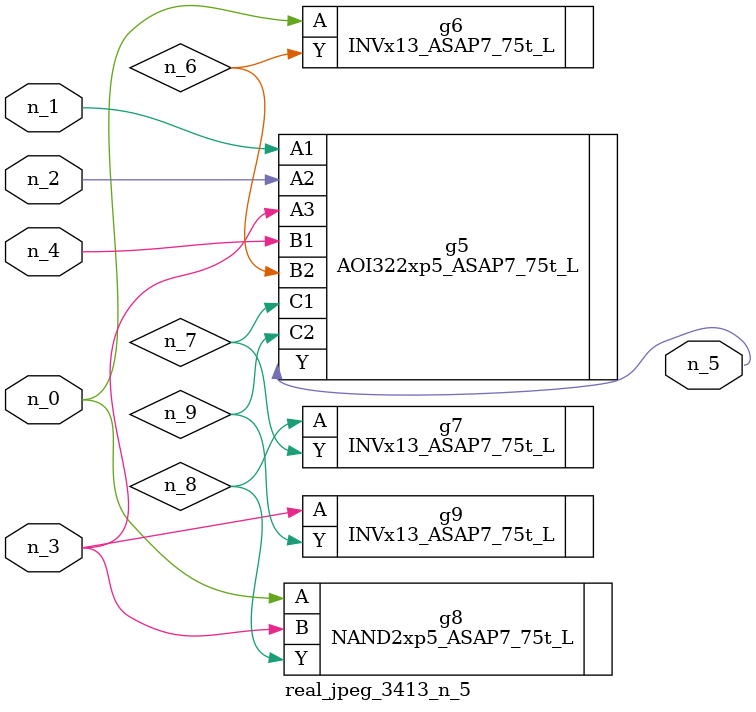
<source format=v>
module real_jpeg_3413_n_5 (n_4, n_0, n_1, n_2, n_3, n_5);

input n_4;
input n_0;
input n_1;
input n_2;
input n_3;

output n_5;

wire n_8;
wire n_6;
wire n_7;
wire n_9;

INVx13_ASAP7_75t_L g6 ( 
.A(n_0),
.Y(n_6)
);

NAND2xp5_ASAP7_75t_L g8 ( 
.A(n_0),
.B(n_3),
.Y(n_8)
);

AOI322xp5_ASAP7_75t_L g5 ( 
.A1(n_1),
.A2(n_2),
.A3(n_3),
.B1(n_4),
.B2(n_6),
.C1(n_7),
.C2(n_9),
.Y(n_5)
);

INVx13_ASAP7_75t_L g9 ( 
.A(n_3),
.Y(n_9)
);

INVx13_ASAP7_75t_L g7 ( 
.A(n_8),
.Y(n_7)
);


endmodule
</source>
